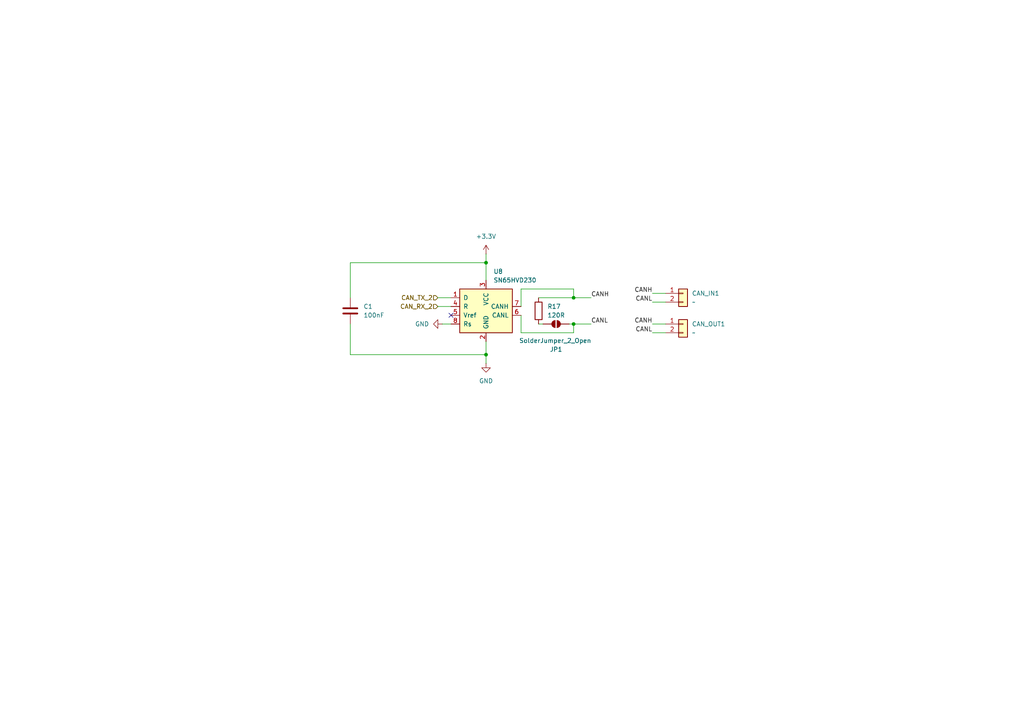
<source format=kicad_sch>
(kicad_sch (version 20250114) (generator "eeschema") (generator_version "9.0")
  (paper "A4")
  (lib_symbols
    (symbol "Connector_Generic:Conn_01x02" (pin_names (offset 1.016) (hide yes))
      (property "Reference" "J" (at 0 2.54 0))
      (property "Value" "Conn_01x02" (at 0 -5.08 0))
      (symbol "Conn_01x02_1_1"
        (rectangle (start -1.27 1.27) (end 1.27 -3.81) (stroke (width 0.254)) (fill (type background)))
        (rectangle (start -1.27 0.127) (end 0 -0.127) (stroke (width 0.1524)))
        (rectangle (start -1.27 -2.413) (end 0 -2.667) (stroke (width 0.1524)))
        (pin passive line (at -5.08 0 0) (length 3.81) (name "Pin_1") (number "1"))
        (pin passive line (at -5.08 -2.54 0) (length 3.81) (name "Pin_2") (number "2"))
      )
    )
    (symbol "Device:C" (pin_numbers (hide yes)) (pin_names (offset 0.254))
      (property "Reference" "C" (at 0.635 2.54 0))
      (property "Value" "C" (at 0.635 -2.54 0))
      (symbol "C_0_1"
        (polyline (pts (xy -2.032 0.762) (xy 2.032 0.762)) (stroke (width 0.508)))
        (polyline (pts (xy -2.032 -0.762) (xy 2.032 -0.762)) (stroke (width 0.508)))
      )
      (symbol "C_1_1"
        (pin passive line (at 0 3.81 270) (length 2.794) (name "~") (number "1"))
        (pin passive line (at 0 -3.81 90) (length 2.794) (name "~") (number "2"))
      )
    )
    (symbol "Device:R" (pin_numbers (hide yes)) (pin_names (offset 0))
      (property "Reference" "R" (at 2.032 0 90))
      (property "Value" "R" (at 0 0 90))
      (symbol "R_0_1"
        (rectangle (start -1.016 -2.54) (end 1.016 2.54) (stroke (width 0.254)))
      )
      (symbol "R_1_1"
        (pin passive line (at 0 3.81 270) (length 1.27) (name "~") (number "1"))
        (pin passive line (at 0 -3.81 90) (length 1.27) (name "~") (number "2"))
      )
    )
    (symbol "Interface_CAN_LIN:SN65HVD230" (pin_names (offset 1.016))
      (property "Reference" "U" (at -2.54 10.16 0))
      (property "Value" "SN65HVD230" (at -2.54 7.62 0))
      (symbol "SN65HVD230_0_1"
        (rectangle (start -7.62 5.08) (end 7.62 -7.62) (stroke (width 0.254)) (fill (type background)))
      )
      (symbol "SN65HVD230_1_1"
        (pin input line (at -10.16 2.54 0) (length 2.54) (name "D") (number "1"))
        (pin output line (at -10.16 0 0) (length 2.54) (name "R") (number "4"))
        (pin output line (at -10.16 -2.54 0) (length 2.54) (name "Vref") (number "5"))
        (pin input line (at -10.16 -5.08 0) (length 2.54) (name "Rs") (number "8"))
        (pin power_in line (at 0 7.62 270) (length 2.54) (name "VCC") (number "3"))
        (pin power_in line (at 0 -10.16 90) (length 2.54) (name "GND") (number "2"))
        (pin bidirectional line (at 10.16 0 180) (length 2.54) (name "CANH") (number "7"))
        (pin bidirectional line (at 10.16 -2.54 180) (length 2.54) (name "CANL") (number "6"))
      )
    )
    (symbol "Jumper:SolderJumper_2_Open" (pin_numbers (hide yes)) (pin_names (offset 0) (hide yes)) (in_bom no)
      (property "Reference" "JP" (at 0 2.032 0))
      (property "Value" "SolderJumper_2_Open" (at 0 -2.54 0))
      (symbol "SolderJumper_2_Open_0_1"
        (polyline (pts (xy -0.254 1.016) (xy -0.254 -1.016)))
        (arc (start -0.254 -1.016) (mid -1.2656 0) (end -0.254 1.016))
        (arc (start -0.254 -1.016) (mid -1.2656 0) (end -0.254 1.016) (fill (type outline)))
        (arc (start 0.254 1.016) (mid 1.2656 0) (end 0.254 -1.016))
        (arc (start 0.254 1.016) (mid 1.2656 0) (end 0.254 -1.016) (fill (type outline)))
        (polyline (pts (xy 0.254 1.016) (xy 0.254 -1.016)))
      )
      (symbol "SolderJumper_2_Open_1_1"
        (pin passive line (at -3.81 0 0) (length 2.54) (name "A") (number "1"))
        (pin passive line (at 3.81 0 180) (length 2.54) (name "B") (number "2"))
      )
    )
    (symbol "power:+3.3V" (power) (pin_numbers (hide yes)) (pin_names (offset 0) (hide yes))
      (property "Value" "+3.3V" (at 0 3.556 0))
      (symbol "+3.3V_0_1"
        (polyline (pts (xy -0.762 1.27) (xy 0 2.54)))
        (polyline (pts (xy 0 2.54) (xy 0.762 1.27)))
        (polyline (pts (xy 0 0) (xy 0 2.54)))
      )
      (symbol "+3.3V_1_1"
        (pin power_in line (at 0 0 90) (length 0) (name "~") (number "1"))
      )
    )
    (symbol "power:GND" (power) (pin_numbers (hide yes)) (pin_names (offset 0) (hide yes))
      (property "Value" "GND" (at 0 -3.81 0))
      (symbol "GND_0_1"
        (polyline (pts (xy 0 0) (xy 0 -1.27) (xy 1.27 -1.27) (xy 0 -2.54) (xy -1.27 -1.27) (xy 0 -1.27)))
      )
      (symbol "GND_1_1"
        (pin power_in line (at 0 0 270) (length 0) (name "~") (number "1"))
      )
    )
  )
  (junction (at 166.37 86.36))
  (junction (at 140.97 76.2))
  (junction (at 140.97 102.87))
  (junction (at 166.37 93.98))
  (no_connect (at 130.81 91.44))
  (wire (pts (xy 166.37 96.52) (xy 151.13 96.52)))
  (wire (pts (xy 166.37 83.82) (xy 151.13 83.82)))
  (wire (pts (xy 166.37 93.98) (xy 166.37 96.52)))
  (wire (pts (xy 189.23 87.63) (xy 193.04 87.63)))
  (wire (pts (xy 151.13 96.52) (xy 151.13 91.44)))
  (wire (pts (xy 166.37 93.98) (xy 171.45 93.98)))
  (wire (pts (xy 140.97 76.2) (xy 140.97 81.28)))
  (wire (pts (xy 140.97 105.41) (xy 140.97 102.87)))
  (wire (pts (xy 140.97 73.66) (xy 140.97 76.2)))
  (wire (pts (xy 165.1 93.98) (xy 166.37 93.98)))
  (wire (pts (xy 101.6 76.2) (xy 101.6 86.36)))
  (wire (pts (xy 156.21 86.36) (xy 166.37 86.36)))
  (wire (pts (xy 128.27 93.98) (xy 130.81 93.98)))
  (wire (pts (xy 189.23 93.98) (xy 193.04 93.98)))
  (wire (pts (xy 151.13 83.82) (xy 151.13 88.9)))
  (wire (pts (xy 166.37 86.36) (xy 171.45 86.36)))
  (wire (pts (xy 156.21 93.98) (xy 157.48 93.98)))
  (wire (pts (xy 101.6 93.98) (xy 101.6 102.87)))
  (wire (pts (xy 166.37 86.36) (xy 166.37 83.82)))
  (wire (pts (xy 140.97 102.87) (xy 140.97 99.06)))
  (wire (pts (xy 189.23 85.09) (xy 193.04 85.09)))
  (wire (pts (xy 189.23 96.52) (xy 193.04 96.52)))
  (wire (pts (xy 127 88.9) (xy 130.81 88.9)))
  (wire (pts (xy 127 86.36) (xy 130.81 86.36)))
  (wire (pts (xy 140.97 76.2) (xy 101.6 76.2)))
  (wire (pts (xy 101.6 102.87) (xy 140.97 102.87)))
  (label "CANH" (at 189.23 85.09 180))
  (label "CANL" (at 171.45 93.98 0))
  (label "CANL" (at 189.23 87.63 180))
  (label "CANL" (at 189.23 96.52 180))
  (label "CANH" (at 171.45 86.36 0))
  (label "CANH" (at 189.23 93.98 180))
  (hierarchical_label "CAN_RX_2" (shape input) (at 127 88.9 180))
  (hierarchical_label "CAN_TX_2" (shape input) (at 127 86.36 180))
  (hierarchical_label "CAN_TX_2" (shape input) (at 127 86.36 180))
  (hierarchical_label "CAN_RX_2" (shape input) (at 127 88.9 180))
  (symbol (lib_id "Jumper:SolderJumper_2_Open") (at 161.29 93.98 0) (unit 1) (in_bom no)
    (property "Reference" "JP1" (at 161.29 101.346 0))
    (property "Value" "SolderJumper_2_Open" (at 161.036 98.806 0))
    (property "Footprint" "Jumper:SolderJumper-2_P1.3mm_Open_TrianglePad1.0x1.5mm" (effects (hide yes)))
    (property "Description" "Solder Jumper, 2-pole, open" (effects (hide yes)))
  )
  (symbol (lib_id "Connector_Generic:Conn_01x02") (at 198.12 85.09 0) (unit 1)
    (property "Reference" "CAN_IN1" (at 200.66 85.0899 0) (effects (justify left)))
    (property "Value" "~" (at 200.66 87.6299 0) (effects (justify left)))
    (property "Footprint" "myFootprints:MOLEX_26013114" (effects (hide yes)))
    (property "Description" "Generic connector, single row, 01x02, script generated (kicad-library-utils/schlib/autogen/connector/)" (effects (hide yes)))
  )
  (symbol (lib_id "Device:C") (at 101.6 90.17 0) (unit 1)
    (property "Reference" "C1" (at 105.41 88.8999 0) (effects (justify left)))
    (property "Value" "100nF" (at 105.41 91.4399 0) (effects (justify left)))
    (property "Footprint" "Capacitor_SMD:C_1210_3225Metric_Pad1.33x2.70mm_HandSolder" (effects (hide yes)))
    (property "Description" "Unpolarized capacitor" (effects (hide yes)))
    (property "lcsc" "C6565120" (effects (hide yes)))
  )
  (symbol (lib_id "Device:R") (at 156.21 90.17 0) (unit 1)
    (property "Reference" "R17" (at 158.75 88.8999 0) (effects (justify left)))
    (property "Value" "120R" (at 158.75 91.4399 0) (effects (justify left)))
    (property "Footprint" "Resistor_SMD:R_0603_1608Metric" (effects (hide yes)))
    (property "Description" "Resistor" (effects (hide yes)))
    (property "lcsc" "C4353191" (effects (hide yes)))
  )
  (symbol (lib_id "Interface_CAN_LIN:SN65HVD230") (at 140.97 88.9 0) (unit 1)
    (property "Reference" "U8" (at 143.1133 78.74 0) (effects (justify left)))
    (property "Value" "SN65HVD230" (at 143.1133 81.28 0) (effects (justify left)))
    (property "Footprint" "Package_SO:SOIC-8_3.9x4.9mm_P1.27mm" (effects (hide yes)))
    (property "Datasheet" "http://www.ti.com/lit/ds/symlink/sn65hvd230.pdf" (effects (hide yes)))
    (property "Description" "CAN Bus Transceivers, 3.3V, 1Mbps, Low-Power capabilities, SOIC-8" (effects (hide yes)))
    (property "lcsc" "C12084" (effects (hide yes)))
  )
  (symbol (lib_id "power:+3.3V") (at 140.97 73.66 0) (unit 1)
    (property "Reference" "#PWR068" (effects (hide yes)))
    (property "Value" "+3.3V" (at 140.97 68.58 0))
    (property "Description" "Power symbol creates a global label with name \"+3.3V\"" (effects (hide yes)))
  )
  (symbol (lib_id "power:GND") (at 128.27 93.98 270) (unit 1)
    (property "Reference" "#PWR067" (effects (hide yes)))
    (property "Value" "GND" (at 124.46 93.9799 90) (effects (justify right)))
    (property "Description" "Power symbol creates a global label with name \"GND\" , ground" (effects (hide yes)))
  )
  (symbol (lib_id "Connector_Generic:Conn_01x02") (at 198.12 93.98 0) (unit 1)
    (property "Reference" "CAN_OUT1" (at 200.66 93.9799 0) (effects (justify left)))
    (property "Value" "~" (at 200.66 96.5199 0) (effects (justify left)))
    (property "Footprint" "myFootprints:MOLEX_26013114" (effects (hide yes)))
    (property "Description" "Generic connector, single row, 01x02, script generated (kicad-library-utils/schlib/autogen/connector/)" (effects (hide yes)))
  )
  (symbol (lib_id "power:GND") (at 140.97 105.41 0) (unit 1)
    (property "Reference" "#PWR069" (effects (hide yes)))
    (property "Value" "GND" (at 140.97 110.49 0))
    (property "Description" "Power symbol creates a global label with name \"GND\" , ground" (effects (hide yes)))
  )
)
</source>
